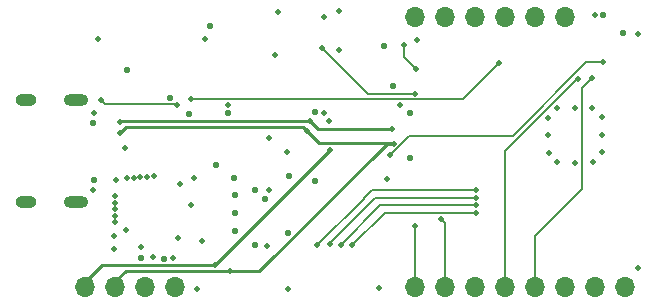
<source format=gbr>
%TF.GenerationSoftware,KiCad,Pcbnew,7.0.6*%
%TF.CreationDate,2023-10-17T01:06:07-04:00*%
%TF.ProjectId,tstick-5gw-pro-USB-V2-pcb,74737469-636b-42d3-9567-772d70726f2d,v0.0.2*%
%TF.SameCoordinates,Original*%
%TF.FileFunction,Copper,L4,Bot*%
%TF.FilePolarity,Positive*%
%FSLAX46Y46*%
G04 Gerber Fmt 4.6, Leading zero omitted, Abs format (unit mm)*
G04 Created by KiCad (PCBNEW 7.0.6) date 2023-10-17 01:06:07*
%MOMM*%
%LPD*%
G01*
G04 APERTURE LIST*
%TA.AperFunction,ComponentPad*%
%ADD10O,2.100000X1.000000*%
%TD*%
%TA.AperFunction,ComponentPad*%
%ADD11O,1.800000X1.000000*%
%TD*%
%TA.AperFunction,ComponentPad*%
%ADD12O,1.700000X1.700000*%
%TD*%
%TA.AperFunction,ViaPad*%
%ADD13C,0.558800*%
%TD*%
%TA.AperFunction,ViaPad*%
%ADD14C,0.508000*%
%TD*%
%TA.AperFunction,Conductor*%
%ADD15C,0.152400*%
%TD*%
%TA.AperFunction,Conductor*%
%ADD16C,0.254000*%
%TD*%
G04 APERTURE END LIST*
D10*
%TO.P,J1,S1,SHIELD*%
%TO.N,GND*%
X105815000Y-56130000D03*
D11*
X101635000Y-56130000D03*
D10*
X105815000Y-64770000D03*
D11*
X101635000Y-64770000D03*
%TD*%
D12*
%TO.P,BOARDLAYOUT1,1,3v3*%
%TO.N,+3V3*%
X134580000Y-49060000D03*
%TO.P,BOARDLAYOUT1,2,GND*%
%TO.N,GND*%
X137120000Y-49060000D03*
%TO.P,BOARDLAYOUT1,3,IO08*%
%TO.N,/IO8*%
X139660000Y-49060000D03*
%TO.P,BOARDLAYOUT1,4,IO07*%
%TO.N,/IO7*%
X142200000Y-49060000D03*
%TO.P,BOARDLAYOUT1,5,IO06*%
%TO.N,/IO6*%
X144740000Y-49060000D03*
%TO.P,BOARDLAYOUT1,6,EN*%
%TO.N,/EN*%
X147280000Y-49060000D03*
%TO.P,BOARDLAYOUT1,7,GND*%
%TO.N,GND*%
X152360000Y-71920000D03*
%TO.P,BOARDLAYOUT1,8,IO01*%
%TO.N,/IO1*%
X149820000Y-71920000D03*
%TO.P,BOARDLAYOUT1,9,IO02*%
%TO.N,/IO2*%
X147280000Y-71920000D03*
%TO.P,BOARDLAYOUT1,10,IO04*%
%TO.N,/IO4*%
X144740000Y-71920000D03*
%TO.P,BOARDLAYOUT1,11,IO05*%
%TO.N,/IO5*%
X142200000Y-71920000D03*
%TO.P,BOARDLAYOUT1,12,COPI*%
%TO.N,/COPI*%
X139660000Y-71920000D03*
%TO.P,BOARDLAYOUT1,13,SCK*%
%TO.N,/SCK*%
X137120000Y-71920000D03*
%TO.P,BOARDLAYOUT1,14,CIPO*%
%TO.N,/CIPO*%
X134580000Y-71920000D03*
%TO.P,BOARDLAYOUT1,15,GND*%
%TO.N,GND*%
X114260000Y-71920000D03*
%TO.P,BOARDLAYOUT1,16,3v3*%
%TO.N,+3V3*%
X111720000Y-71920000D03*
%TO.P,BOARDLAYOUT1,17,SDA*%
%TO.N,/SDA*%
X109180000Y-71920000D03*
%TO.P,BOARDLAYOUT1,18,SCL*%
%TO.N,/SCL*%
X106640000Y-71920000D03*
%TD*%
D13*
%TO.N,+BATT*%
X117200000Y-49875000D03*
X110200000Y-53600000D03*
X113800000Y-55975000D03*
X115375000Y-57331700D03*
D14*
X109079300Y-67650700D03*
D13*
%TO.N,+1V8*%
X126075000Y-62975000D03*
X121825000Y-64525000D03*
X119225000Y-62750000D03*
X117675000Y-61625000D03*
X119329300Y-64190700D03*
X123875000Y-62575000D03*
X120978401Y-63750000D03*
X118728859Y-57250000D03*
%TO.N,+3V3*%
X134150000Y-61010000D03*
X152160000Y-50400000D03*
X119319300Y-67170700D03*
X150480000Y-48930000D03*
X119300000Y-65700000D03*
X126050000Y-57151250D03*
X120983646Y-68383646D03*
X132725000Y-54925000D03*
X123800000Y-67350000D03*
X113283630Y-69533269D03*
X134150000Y-57250000D03*
X131885000Y-51525000D03*
D14*
%TO.N,GND*%
X107310000Y-63710000D03*
X134750000Y-51000000D03*
X123749999Y-60524999D03*
X149540000Y-56790000D03*
X109133300Y-64274497D03*
X126820000Y-49050000D03*
X109133300Y-65350000D03*
X123790000Y-72095000D03*
X128140000Y-51880000D03*
X150375000Y-57575000D03*
X153450000Y-70325000D03*
X110750000Y-62675000D03*
X109100000Y-68750000D03*
X148078573Y-61430720D03*
X114615000Y-63210000D03*
X146580000Y-61375000D03*
X153430000Y-50530000D03*
X145850000Y-60590000D03*
X145800000Y-57600000D03*
X128140000Y-48610000D03*
X122670000Y-52320000D03*
X150350000Y-59075000D03*
X110199497Y-62675000D03*
X109133300Y-65900000D03*
X122050000Y-68470000D03*
X149580000Y-61375000D03*
X115805700Y-62730700D03*
X109975000Y-60150000D03*
X112369999Y-69365699D03*
X116740000Y-50930000D03*
X107670000Y-50920000D03*
X132162500Y-62762500D03*
X122175000Y-59300000D03*
X133300000Y-56528700D03*
X111819540Y-62656755D03*
X131490000Y-72060000D03*
X145800000Y-59090000D03*
X109200000Y-62850000D03*
X118750000Y-56528700D03*
X126800000Y-57198750D03*
X107362105Y-57250000D03*
X122178399Y-63746601D03*
X109133300Y-66435221D03*
X116549300Y-68020700D03*
X148080000Y-56800000D03*
X109133300Y-64825000D03*
X111269094Y-62648836D03*
X122910000Y-48650000D03*
X150375000Y-60550000D03*
X127250000Y-57875000D03*
X116125000Y-72125000D03*
X114027256Y-69500475D03*
X146575000Y-56825000D03*
X149750000Y-48925000D03*
X110050000Y-67100000D03*
%TO.N,/EN*%
X132450000Y-60750000D03*
X150450000Y-52925000D03*
D13*
%TO.N,VUSB*%
X111309999Y-69495699D03*
X107250000Y-58075000D03*
X107375000Y-62850000D03*
D14*
%TO.N,/SCL*%
X125640000Y-57890000D03*
X132625000Y-58550000D03*
X109550000Y-57975000D03*
X127325000Y-60375000D03*
X117607931Y-70065500D03*
%TO.N,/SDA*%
X118925000Y-70575000D03*
X125425000Y-58750000D03*
X109550000Y-58925000D03*
X132745650Y-59805650D03*
%TO.N,/THRM*%
X114423699Y-56498699D03*
X107950000Y-56100000D03*
%TO.N,/IO4*%
X149570000Y-54260000D03*
%TO.N,/IO5*%
X148330000Y-54370000D03*
%TO.N,/IO9*%
X126650000Y-51675000D03*
X134575000Y-55611300D03*
%TO.N,/IO17*%
X141700000Y-52950000D03*
X115570000Y-56070000D03*
%TO.N,/IO3*%
X134635000Y-53465000D03*
X133600000Y-51450000D03*
%TO.N,/SCK*%
X136790000Y-66160000D03*
%TO.N,/CIPO*%
X134568159Y-66765050D03*
%TO.N,/IO39*%
X139700000Y-65700000D03*
X129250000Y-68425000D03*
%TO.N,/IO40*%
X128275000Y-68400000D03*
X139700000Y-65036503D03*
%TO.N,/IO41*%
X127340000Y-68300000D03*
X139700000Y-64400000D03*
%TO.N,/IO42*%
X139690000Y-63725000D03*
X126270000Y-68380000D03*
%TO.N,SYS*%
X115550000Y-65025000D03*
X114500000Y-67775000D03*
X112451373Y-62579797D03*
X111349999Y-68555699D03*
%TD*%
D15*
%TO.N,/EN*%
X134040000Y-59160000D02*
X132450000Y-60750000D01*
X142820000Y-59160000D02*
X134040000Y-59160000D01*
X150450000Y-52925000D02*
X149055000Y-52925000D01*
X149055000Y-52925000D02*
X142820000Y-59160000D01*
D16*
%TO.N,/SCL*%
X108057931Y-70092069D02*
X106600000Y-71550000D01*
X127325000Y-60375000D02*
X117607931Y-70092069D01*
X125640000Y-57890000D02*
X126300000Y-58550000D01*
X125640000Y-57890000D02*
X109635000Y-57890000D01*
X117607931Y-70092069D02*
X108057931Y-70092069D01*
X109635000Y-57890000D02*
X109550000Y-57975000D01*
X126300000Y-58550000D02*
X132625000Y-58550000D01*
%TO.N,/SDA*%
X121365263Y-70575000D02*
X118925000Y-70575000D01*
X126450000Y-59775000D02*
X132715000Y-59775000D01*
X125075000Y-58400000D02*
X110075000Y-58400000D01*
X125425000Y-58750000D02*
X126450000Y-59775000D01*
X110075000Y-58400000D02*
X109550000Y-58925000D01*
X109100000Y-71550000D02*
X110075000Y-70575000D01*
X132134613Y-59805650D02*
X121365263Y-70575000D01*
X125425000Y-58750000D02*
X125075000Y-58400000D01*
X110075000Y-70575000D02*
X118925000Y-70575000D01*
X132745650Y-59805650D02*
X132134613Y-59805650D01*
X132715000Y-59775000D02*
X132745650Y-59805650D01*
D15*
%TO.N,/THRM*%
X108340000Y-56490000D02*
X114415000Y-56490000D01*
X114415000Y-56490000D02*
X114423699Y-56498699D01*
X107950000Y-56100000D02*
X108340000Y-56490000D01*
%TO.N,/IO4*%
X149570000Y-54260000D02*
X148710000Y-55120000D01*
X144740000Y-67660000D02*
X144740000Y-71550000D01*
X148710000Y-55120000D02*
X148710000Y-63690000D01*
X148710000Y-63690000D02*
X144740000Y-67660000D01*
%TO.N,/IO5*%
X148290593Y-54370000D02*
X148330000Y-54370000D01*
X142200000Y-71550000D02*
X142200000Y-60460593D01*
X142200000Y-60460593D02*
X148290593Y-54370000D01*
%TO.N,/IO9*%
X134575000Y-55611300D02*
X130586300Y-55611300D01*
X130586300Y-55611300D02*
X126650000Y-51675000D01*
%TO.N,/IO17*%
X115570000Y-56070000D02*
X138580000Y-56070000D01*
X138580000Y-56070000D02*
X141700000Y-52950000D01*
%TO.N,/IO3*%
X134635000Y-53465000D02*
X133600000Y-52430000D01*
X133600000Y-52430000D02*
X133600000Y-51450000D01*
%TO.N,/SCK*%
X137120000Y-66490000D02*
X137120000Y-71550000D01*
X136790000Y-66160000D02*
X137120000Y-66490000D01*
%TO.N,/CIPO*%
X134580000Y-66776891D02*
X134580000Y-71550000D01*
X134568159Y-66765050D02*
X134580000Y-66776891D01*
%TO.N,/IO39*%
X139700000Y-65700000D02*
X139699200Y-65700800D01*
X139699200Y-65700800D02*
X131974200Y-65700800D01*
X131974200Y-65700800D02*
X129250000Y-68425000D01*
%TO.N,/IO40*%
X131613497Y-65036503D02*
X128275000Y-68375000D01*
X139700000Y-65036503D02*
X131613497Y-65036503D01*
X128275000Y-68375000D02*
X128275000Y-68400000D01*
%TO.N,/IO41*%
X131200000Y-64400000D02*
X127340000Y-68260000D01*
X127340000Y-68260000D02*
X127340000Y-68300000D01*
X139700000Y-64400000D02*
X131200000Y-64400000D01*
%TO.N,/IO42*%
X130189200Y-64435800D02*
X130189200Y-64460800D01*
X139665000Y-63700000D02*
X130925000Y-63700000D01*
X139690000Y-63725000D02*
X139665000Y-63700000D01*
X130925000Y-63700000D02*
X130189200Y-64435800D01*
X130189200Y-64460800D02*
X126270000Y-68380000D01*
%TD*%
M02*

</source>
